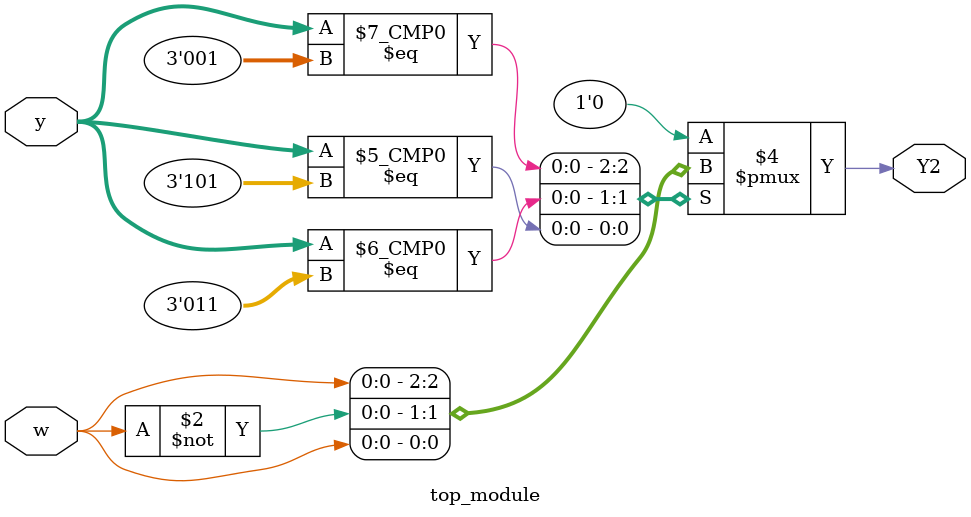
<source format=sv>
module top_module(
    input [3:1] y,
    input w,
    output reg Y2);

    always @(*) begin
        case (y)
            3'b000: Y2 = 1'b0; // State A
            3'b001: Y2 = w;    // State B -> 0 if w=0, 0 if w=1
            3'b010: Y2 = 1'b0; // State C
            3'b011: Y2 = ~w;   // State D -> 0 if w=0, 1 if w=1
            3'b100: Y2 = 1'b0; // State E (though Y2 genuinely doesn't change for state E since it's considered the next-state logic
            3'b101: Y2 = w;    // State F (though Y2 genuinely doesn't change for state F since it's considered the next-state logic
            default: Y2 = 1'b0; // Default case
        endcase
    end

endmodule

</source>
